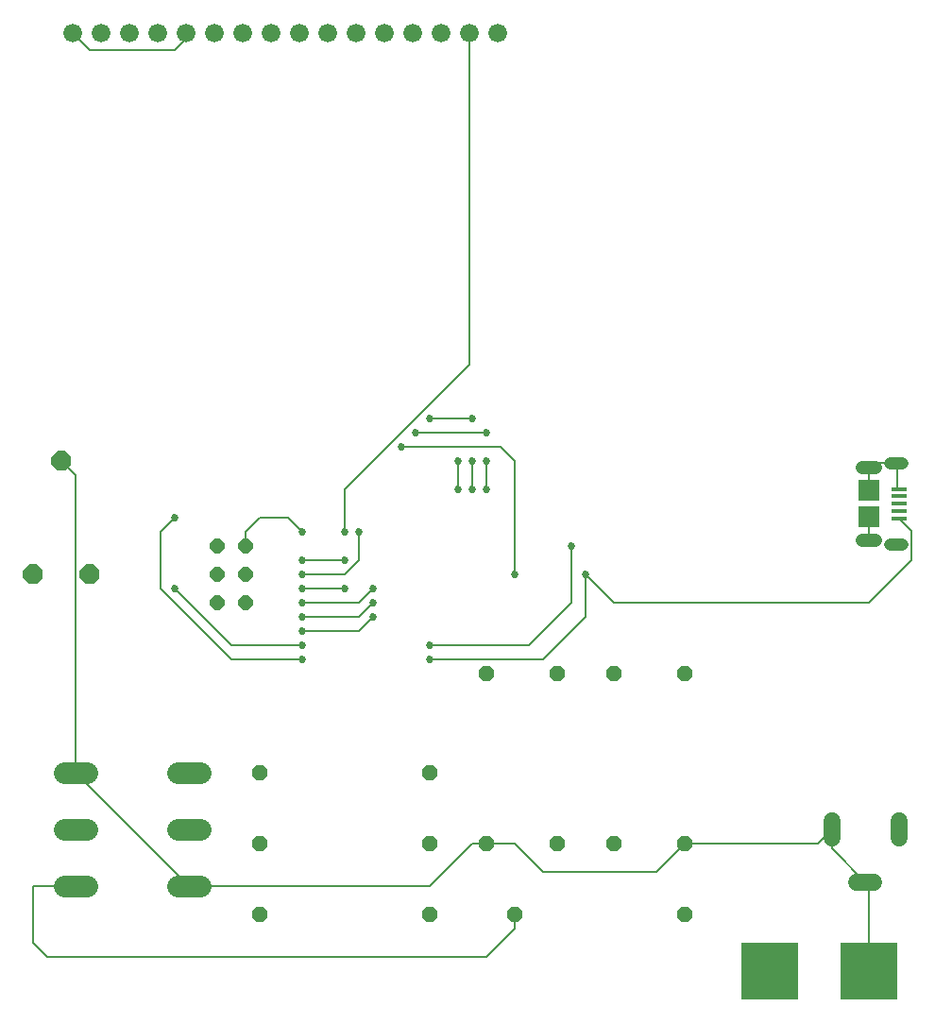
<source format=gbr>
G04 EAGLE Gerber RS-274X export*
G75*
%MOMM*%
%FSLAX34Y34*%
%LPD*%
%INBottom Copper*%
%IPPOS*%
%AMOC8*
5,1,8,0,0,1.08239X$1,22.5*%
G01*
%ADD10R,1.350000X0.400000*%
%ADD11R,1.900000X1.900000*%
%ADD12C,1.068000*%
%ADD13C,1.218000*%
%ADD14C,1.508000*%
%ADD15P,1.539592X8X112.500000*%
%ADD16P,1.539592X8X202.500000*%
%ADD17P,1.539592X8X292.500000*%
%ADD18P,1.539592X8X22.500000*%
%ADD19C,1.981200*%
%ADD20P,1.415766X8X112.500000*%
%ADD21C,1.676400*%
%ADD22P,1.924489X8X22.500000*%
%ADD23C,0.685800*%
%ADD24C,0.203200*%
%ADD25R,5.080000X5.080000*%


D10*
X864950Y330500D03*
D11*
X838200Y305500D03*
X838200Y329500D03*
D10*
X864950Y304500D03*
X864950Y311000D03*
X864950Y317500D03*
X864950Y324000D03*
D12*
X867540Y281350D02*
X856860Y281350D01*
X856860Y353650D02*
X867540Y353650D01*
D13*
X844290Y350050D02*
X832110Y350050D01*
X832110Y284950D02*
X844290Y284950D01*
D14*
X865100Y32940D02*
X865100Y17860D01*
X805100Y17860D02*
X805100Y32940D01*
X827560Y-21600D02*
X842640Y-21600D01*
D15*
X673100Y12700D03*
X673100Y165100D03*
D16*
X673100Y-50800D03*
X520700Y-50800D03*
D17*
X609600Y165100D03*
X609600Y12700D03*
D15*
X495300Y12700D03*
X495300Y165100D03*
D16*
X444500Y-50800D03*
X292100Y-50800D03*
D17*
X558800Y165100D03*
X558800Y12700D03*
D16*
X444500Y76200D03*
X292100Y76200D03*
D18*
X292100Y12700D03*
X444500Y12700D03*
D19*
X136906Y-25400D02*
X117094Y-25400D01*
X117094Y25400D02*
X136906Y25400D01*
X136906Y76200D02*
X117094Y76200D01*
X218694Y-25400D02*
X238506Y-25400D01*
X238506Y25400D02*
X218694Y25400D01*
X218694Y76200D02*
X238506Y76200D01*
D20*
X254000Y254000D03*
X279400Y254000D03*
X254000Y228600D03*
X279400Y228600D03*
X279400Y279400D03*
X254000Y279400D03*
D21*
X124500Y739200D03*
X149900Y739200D03*
X175300Y739200D03*
X200700Y739200D03*
X226100Y739200D03*
X251500Y739200D03*
X276900Y739200D03*
X302300Y739200D03*
X327700Y739200D03*
X353100Y739200D03*
X378500Y739200D03*
X403900Y739200D03*
X429300Y739200D03*
X454700Y739200D03*
X480100Y739200D03*
X505500Y739200D03*
D22*
X88900Y254000D03*
X139700Y254000D03*
X114300Y355600D03*
D23*
X368300Y292100D03*
D24*
X368300Y330200D01*
D23*
X330200Y241300D03*
D24*
X368300Y241300D01*
D23*
X368300Y241300D03*
X584200Y254000D03*
D24*
X584200Y215900D01*
D23*
X444500Y177800D03*
D24*
X546100Y177800D01*
X863600Y254000D02*
X876300Y266700D01*
X876300Y293150D02*
X864950Y304500D01*
X876300Y293150D02*
X876300Y266700D01*
X584200Y215900D02*
X546100Y177800D01*
X480100Y442000D02*
X480100Y739200D01*
X480100Y442000D02*
X368300Y330200D01*
X584200Y254000D02*
X609600Y228600D01*
X838200Y228600D01*
X863600Y254000D01*
D25*
X749300Y-101600D03*
D24*
X127000Y-25400D02*
X88900Y-25400D01*
X88900Y-76200D01*
X101600Y-88900D01*
X495300Y-88900D01*
X520700Y-63500D01*
X520700Y-50800D01*
D23*
X330200Y228600D03*
D24*
X381000Y228600D02*
X393700Y241300D01*
X381000Y228600D02*
X330200Y228600D01*
D23*
X393700Y241300D03*
X381000Y292100D03*
D24*
X381000Y266700D02*
X368300Y254000D01*
X381000Y266700D02*
X381000Y292100D01*
D23*
X330200Y254000D03*
D24*
X368300Y254000D01*
D23*
X330200Y292100D03*
D24*
X279400Y292100D02*
X279400Y279400D01*
X279400Y292100D02*
X292100Y304800D01*
X317500Y304800D01*
X330200Y292100D01*
X330200Y266700D02*
X368300Y266700D01*
D23*
X330200Y266700D03*
X368300Y266700D03*
X330200Y203200D03*
D24*
X381000Y203200D01*
X393700Y215900D01*
D23*
X393700Y215900D03*
D24*
X228600Y-25400D02*
X127000Y76200D01*
X228600Y-25400D02*
X444500Y-25400D01*
X482600Y12700D01*
X495300Y12700D01*
X520700Y12700D01*
X546100Y-12700D01*
X647700Y-12700D01*
X673100Y12700D01*
D23*
X571500Y279400D03*
X444500Y190500D03*
D24*
X533400Y190500D01*
X571500Y228600D02*
X571500Y279400D01*
X571500Y228600D02*
X533400Y190500D01*
X838200Y329500D02*
X838200Y350050D01*
X838200Y305500D02*
X838200Y284950D01*
X864950Y330500D02*
X863600Y331850D01*
X863600Y352250D02*
X862200Y353650D01*
X863600Y352250D02*
X863600Y331850D01*
X862200Y353650D02*
X841800Y353650D01*
X838200Y350050D01*
X805100Y25400D02*
X805100Y8400D01*
X835100Y-21600D01*
X792400Y12700D02*
X805100Y25400D01*
X792400Y12700D02*
X673100Y12700D01*
X835100Y-21600D02*
X838200Y-24700D01*
X838200Y-101600D01*
D25*
X838200Y-101600D03*
D24*
X139800Y723900D02*
X124500Y739200D01*
X139800Y723900D02*
X215900Y723900D01*
X226100Y734100D01*
X226100Y739200D01*
X114300Y355600D02*
X127000Y342900D01*
X127000Y76200D01*
D23*
X330200Y215900D03*
D24*
X381000Y215900D01*
X393700Y228600D01*
D23*
X393700Y228600D03*
X330200Y190500D03*
D24*
X266700Y190500D01*
X215900Y241300D01*
D23*
X215900Y241300D03*
X330200Y177800D03*
D24*
X266700Y177800D01*
X203200Y241300D01*
X203200Y292100D02*
X215900Y304800D01*
D23*
X215900Y304800D03*
D24*
X203200Y292100D02*
X203200Y241300D01*
D23*
X520700Y254000D03*
X419100Y368300D03*
D24*
X508000Y368300D01*
X520700Y355600D02*
X520700Y254000D01*
X520700Y355600D02*
X508000Y368300D01*
D23*
X495300Y330200D03*
X431800Y381000D03*
D24*
X469900Y381000D01*
X482600Y381000D01*
X495300Y355600D02*
X495300Y330200D01*
D23*
X495300Y355600D03*
X495300Y381000D03*
D24*
X482600Y381000D01*
D23*
X482600Y330200D03*
X444500Y393700D03*
D24*
X482600Y355600D02*
X482600Y330200D01*
D23*
X482600Y355600D03*
X482600Y393700D03*
D24*
X444500Y393700D01*
D23*
X469900Y330200D03*
X469900Y355600D03*
D24*
X469900Y330200D01*
M02*

</source>
